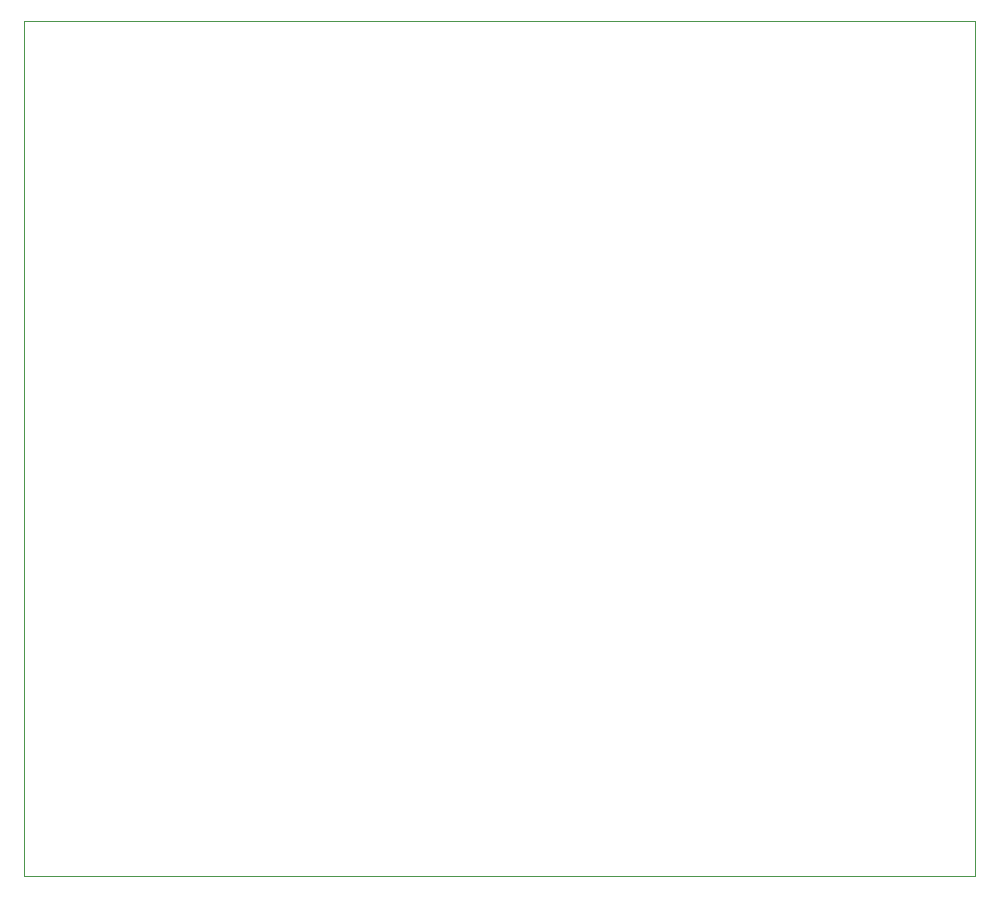
<source format=gm1>
G04 #@! TF.GenerationSoftware,KiCad,Pcbnew,(5.1.0)-1*
G04 #@! TF.CreationDate,2019-05-03T11:21:41+02:00*
G04 #@! TF.ProjectId,ArtNet_Node_WSLEDS,4172744e-6574-45f4-9e6f-64655f57534c,rev?*
G04 #@! TF.SameCoordinates,Original*
G04 #@! TF.FileFunction,Profile,NP*
%FSLAX46Y46*%
G04 Gerber Fmt 4.6, Leading zero omitted, Abs format (unit mm)*
G04 Created by KiCad (PCBNEW (5.1.0)-1) date 2019-05-03 11:21:41*
%MOMM*%
%LPD*%
G04 APERTURE LIST*
%ADD10C,0.050000*%
G04 APERTURE END LIST*
D10*
X69850000Y-140970000D02*
X69850000Y-68580000D01*
X150368000Y-140970000D02*
X69850000Y-140970000D01*
X150368000Y-68580000D02*
X150368000Y-140970000D01*
X69850000Y-68580000D02*
X150368000Y-68580000D01*
M02*

</source>
